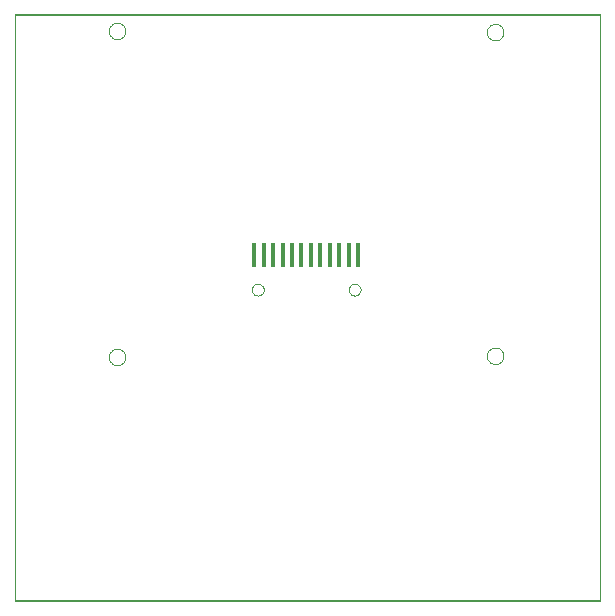
<source format=gtp>
G75*
G70*
%OFA0B0*%
%FSLAX24Y24*%
%IPPOS*%
%LPD*%
%AMOC8*
5,1,8,0,0,1.08239X$1,22.5*
%
%ADD10C,0.0000*%
%ADD11R,0.0157X0.0787*%
D10*
X000736Y000100D02*
X000736Y019663D01*
X020252Y019663D01*
X020250Y019628D02*
X020250Y000128D01*
X000750Y000128D01*
X000750Y019628D01*
X020250Y019628D01*
X016477Y019071D02*
X016479Y019104D01*
X016485Y019136D01*
X016494Y019167D01*
X016507Y019197D01*
X016524Y019225D01*
X016544Y019251D01*
X016567Y019275D01*
X016592Y019295D01*
X016620Y019313D01*
X016649Y019327D01*
X016680Y019337D01*
X016712Y019344D01*
X016745Y019347D01*
X016778Y019346D01*
X016810Y019341D01*
X016841Y019332D01*
X016872Y019320D01*
X016900Y019304D01*
X016927Y019285D01*
X016951Y019263D01*
X016972Y019238D01*
X016991Y019211D01*
X017006Y019182D01*
X017017Y019152D01*
X017025Y019120D01*
X017029Y019087D01*
X017029Y019055D01*
X017025Y019022D01*
X017017Y018990D01*
X017006Y018960D01*
X016991Y018931D01*
X016972Y018904D01*
X016951Y018879D01*
X016927Y018857D01*
X016900Y018838D01*
X016872Y018822D01*
X016841Y018810D01*
X016810Y018801D01*
X016778Y018796D01*
X016745Y018795D01*
X016712Y018798D01*
X016680Y018805D01*
X016649Y018815D01*
X016620Y018829D01*
X016592Y018847D01*
X016567Y018867D01*
X016544Y018891D01*
X016524Y018917D01*
X016507Y018945D01*
X016494Y018975D01*
X016485Y019006D01*
X016479Y019038D01*
X016477Y019071D01*
X011871Y010489D02*
X011873Y010516D01*
X011879Y010543D01*
X011888Y010569D01*
X011901Y010593D01*
X011917Y010616D01*
X011936Y010635D01*
X011958Y010652D01*
X011982Y010666D01*
X012007Y010676D01*
X012034Y010683D01*
X012061Y010686D01*
X012089Y010685D01*
X012116Y010680D01*
X012142Y010672D01*
X012166Y010660D01*
X012189Y010644D01*
X012210Y010626D01*
X012227Y010605D01*
X012242Y010581D01*
X012253Y010556D01*
X012261Y010530D01*
X012265Y010503D01*
X012265Y010475D01*
X012261Y010448D01*
X012253Y010422D01*
X012242Y010397D01*
X012227Y010373D01*
X012210Y010352D01*
X012189Y010334D01*
X012167Y010318D01*
X012142Y010306D01*
X012116Y010298D01*
X012089Y010293D01*
X012061Y010292D01*
X012034Y010295D01*
X012007Y010302D01*
X011982Y010312D01*
X011958Y010326D01*
X011936Y010343D01*
X011917Y010362D01*
X011901Y010385D01*
X011888Y010409D01*
X011879Y010435D01*
X011873Y010462D01*
X011871Y010489D01*
X008643Y010489D02*
X008645Y010516D01*
X008651Y010543D01*
X008660Y010569D01*
X008673Y010593D01*
X008689Y010616D01*
X008708Y010635D01*
X008730Y010652D01*
X008754Y010666D01*
X008779Y010676D01*
X008806Y010683D01*
X008833Y010686D01*
X008861Y010685D01*
X008888Y010680D01*
X008914Y010672D01*
X008938Y010660D01*
X008961Y010644D01*
X008982Y010626D01*
X008999Y010605D01*
X009014Y010581D01*
X009025Y010556D01*
X009033Y010530D01*
X009037Y010503D01*
X009037Y010475D01*
X009033Y010448D01*
X009025Y010422D01*
X009014Y010397D01*
X008999Y010373D01*
X008982Y010352D01*
X008961Y010334D01*
X008939Y010318D01*
X008914Y010306D01*
X008888Y010298D01*
X008861Y010293D01*
X008833Y010292D01*
X008806Y010295D01*
X008779Y010302D01*
X008754Y010312D01*
X008730Y010326D01*
X008708Y010343D01*
X008689Y010362D01*
X008673Y010385D01*
X008660Y010409D01*
X008651Y010435D01*
X008645Y010462D01*
X008643Y010489D01*
X003879Y008245D02*
X003881Y008278D01*
X003887Y008310D01*
X003896Y008341D01*
X003909Y008371D01*
X003926Y008399D01*
X003946Y008425D01*
X003969Y008449D01*
X003994Y008469D01*
X004022Y008487D01*
X004051Y008501D01*
X004082Y008511D01*
X004114Y008518D01*
X004147Y008521D01*
X004180Y008520D01*
X004212Y008515D01*
X004243Y008506D01*
X004274Y008494D01*
X004302Y008478D01*
X004329Y008459D01*
X004353Y008437D01*
X004374Y008412D01*
X004393Y008385D01*
X004408Y008356D01*
X004419Y008326D01*
X004427Y008294D01*
X004431Y008261D01*
X004431Y008229D01*
X004427Y008196D01*
X004419Y008164D01*
X004408Y008134D01*
X004393Y008105D01*
X004374Y008078D01*
X004353Y008053D01*
X004329Y008031D01*
X004302Y008012D01*
X004274Y007996D01*
X004243Y007984D01*
X004212Y007975D01*
X004180Y007970D01*
X004147Y007969D01*
X004114Y007972D01*
X004082Y007979D01*
X004051Y007989D01*
X004022Y008003D01*
X003994Y008021D01*
X003969Y008041D01*
X003946Y008065D01*
X003926Y008091D01*
X003909Y008119D01*
X003896Y008149D01*
X003887Y008180D01*
X003881Y008212D01*
X003879Y008245D01*
X000736Y000100D02*
X020252Y000100D01*
X016477Y008284D02*
X016479Y008317D01*
X016485Y008349D01*
X016494Y008380D01*
X016507Y008410D01*
X016524Y008438D01*
X016544Y008464D01*
X016567Y008488D01*
X016592Y008508D01*
X016620Y008526D01*
X016649Y008540D01*
X016680Y008550D01*
X016712Y008557D01*
X016745Y008560D01*
X016778Y008559D01*
X016810Y008554D01*
X016841Y008545D01*
X016872Y008533D01*
X016900Y008517D01*
X016927Y008498D01*
X016951Y008476D01*
X016972Y008451D01*
X016991Y008424D01*
X017006Y008395D01*
X017017Y008365D01*
X017025Y008333D01*
X017029Y008300D01*
X017029Y008268D01*
X017025Y008235D01*
X017017Y008203D01*
X017006Y008173D01*
X016991Y008144D01*
X016972Y008117D01*
X016951Y008092D01*
X016927Y008070D01*
X016900Y008051D01*
X016872Y008035D01*
X016841Y008023D01*
X016810Y008014D01*
X016778Y008009D01*
X016745Y008008D01*
X016712Y008011D01*
X016680Y008018D01*
X016649Y008028D01*
X016620Y008042D01*
X016592Y008060D01*
X016567Y008080D01*
X016544Y008104D01*
X016524Y008130D01*
X016507Y008158D01*
X016494Y008188D01*
X016485Y008219D01*
X016479Y008251D01*
X016477Y008284D01*
X003879Y019111D02*
X003881Y019144D01*
X003887Y019176D01*
X003896Y019207D01*
X003909Y019237D01*
X003926Y019265D01*
X003946Y019291D01*
X003969Y019315D01*
X003994Y019335D01*
X004022Y019353D01*
X004051Y019367D01*
X004082Y019377D01*
X004114Y019384D01*
X004147Y019387D01*
X004180Y019386D01*
X004212Y019381D01*
X004243Y019372D01*
X004274Y019360D01*
X004302Y019344D01*
X004329Y019325D01*
X004353Y019303D01*
X004374Y019278D01*
X004393Y019251D01*
X004408Y019222D01*
X004419Y019192D01*
X004427Y019160D01*
X004431Y019127D01*
X004431Y019095D01*
X004427Y019062D01*
X004419Y019030D01*
X004408Y019000D01*
X004393Y018971D01*
X004374Y018944D01*
X004353Y018919D01*
X004329Y018897D01*
X004302Y018878D01*
X004274Y018862D01*
X004243Y018850D01*
X004212Y018841D01*
X004180Y018836D01*
X004147Y018835D01*
X004114Y018838D01*
X004082Y018845D01*
X004051Y018855D01*
X004022Y018869D01*
X003994Y018887D01*
X003969Y018907D01*
X003946Y018931D01*
X003926Y018957D01*
X003909Y018985D01*
X003896Y019015D01*
X003887Y019046D01*
X003881Y019078D01*
X003879Y019111D01*
D11*
X008721Y011631D03*
X009036Y011631D03*
X009351Y011631D03*
X009666Y011631D03*
X009981Y011631D03*
X010296Y011631D03*
X010611Y011631D03*
X010926Y011631D03*
X011241Y011631D03*
X011556Y011631D03*
X011871Y011631D03*
X012186Y011631D03*
M02*

</source>
